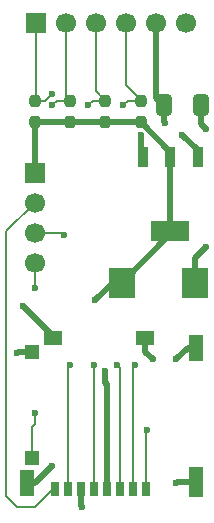
<source format=gtl>
%TF.GenerationSoftware,KiCad,Pcbnew,9.0.6*%
%TF.CreationDate,2025-11-09T12:48:56-08:00*%
%TF.ProjectId,storage_block,73746f72-6167-4655-9f62-6c6f636b2e6b,rev?*%
%TF.SameCoordinates,Original*%
%TF.FileFunction,Copper,L1,Top*%
%TF.FilePolarity,Positive*%
%FSLAX46Y46*%
G04 Gerber Fmt 4.6, Leading zero omitted, Abs format (unit mm)*
G04 Created by KiCad (PCBNEW 9.0.6) date 2025-11-09 12:48:56*
%MOMM*%
%LPD*%
G01*
G04 APERTURE LIST*
G04 Aperture macros list*
%AMRoundRect*
0 Rectangle with rounded corners*
0 $1 Rounding radius*
0 $2 $3 $4 $5 $6 $7 $8 $9 X,Y pos of 4 corners*
0 Add a 4 corners polygon primitive as box body*
4,1,4,$2,$3,$4,$5,$6,$7,$8,$9,$2,$3,0*
0 Add four circle primitives for the rounded corners*
1,1,$1+$1,$2,$3*
1,1,$1+$1,$4,$5*
1,1,$1+$1,$6,$7*
1,1,$1+$1,$8,$9*
0 Add four rect primitives between the rounded corners*
20,1,$1+$1,$2,$3,$4,$5,0*
20,1,$1+$1,$4,$5,$6,$7,0*
20,1,$1+$1,$6,$7,$8,$9,0*
20,1,$1+$1,$8,$9,$2,$3,0*%
G04 Aperture macros list end*
%TA.AperFunction,SMDPad,CuDef*%
%ADD10RoundRect,0.237500X0.237500X-0.250000X0.237500X0.250000X-0.237500X0.250000X-0.237500X-0.250000X0*%
%TD*%
%TA.AperFunction,ComponentPad*%
%ADD11R,1.700000X1.700000*%
%TD*%
%TA.AperFunction,ComponentPad*%
%ADD12C,1.700000*%
%TD*%
%TA.AperFunction,SMDPad,CuDef*%
%ADD13R,0.950000X1.750000*%
%TD*%
%TA.AperFunction,SMDPad,CuDef*%
%ADD14R,3.200000X1.750000*%
%TD*%
%TA.AperFunction,SMDPad,CuDef*%
%ADD15R,2.300000X2.500000*%
%TD*%
%TA.AperFunction,SMDPad,CuDef*%
%ADD16R,0.800000X1.240000*%
%TD*%
%TA.AperFunction,SMDPad,CuDef*%
%ADD17R,1.150000X1.250000*%
%TD*%
%TA.AperFunction,SMDPad,CuDef*%
%ADD18R,1.150000X2.500000*%
%TD*%
%TA.AperFunction,SMDPad,CuDef*%
%ADD19R,1.150000X2.200000*%
%TD*%
%TA.AperFunction,SMDPad,CuDef*%
%ADD20R,1.150000X1.200000*%
%TD*%
%TA.AperFunction,SMDPad,CuDef*%
%ADD21R,1.500000X1.150000*%
%TD*%
%TA.AperFunction,SMDPad,CuDef*%
%ADD22RoundRect,0.250000X0.412500X0.650000X-0.412500X0.650000X-0.412500X-0.650000X0.412500X-0.650000X0*%
%TD*%
%TA.AperFunction,ViaPad*%
%ADD23C,0.600000*%
%TD*%
%TA.AperFunction,Conductor*%
%ADD24C,0.500000*%
%TD*%
%TA.AperFunction,Conductor*%
%ADD25C,0.200000*%
%TD*%
G04 APERTURE END LIST*
D10*
%TO.P,R3,1*%
%TO.N,/V3.3*%
X135000000Y-87412500D03*
%TO.P,R3,2*%
%TO.N,/MOSI*%
X135000000Y-85587500D03*
%TD*%
%TO.P,R1,1*%
%TO.N,/V3.3*%
X138000000Y-87412500D03*
%TO.P,R1,2*%
%TO.N,/MISO*%
X138000000Y-85587500D03*
%TD*%
D11*
%TO.P,J3,1,Pin_1*%
%TO.N,/V3.3*%
X135000000Y-91690000D03*
D12*
%TO.P,J3,2,Pin_2*%
%TO.N,/DAT1*%
X135000000Y-94230000D03*
%TO.P,J3,3,Pin_3*%
%TO.N,/DAT2*%
X135000000Y-96770000D03*
%TO.P,J3,4,Pin_4*%
%TO.N,/COM*%
X135000000Y-99310000D03*
%TD*%
D10*
%TO.P,R4,1*%
%TO.N,/V3.3*%
X144000000Y-87412500D03*
%TO.P,R4,2*%
%TO.N,/CS*%
X144000000Y-85587500D03*
%TD*%
D13*
%TO.P,IC1,1,ADJ/GND*%
%TO.N,GND*%
X148800000Y-90350000D03*
%TO.P,IC1,2,OUTPUT*%
%TO.N,/V3.3*%
X146500000Y-90350000D03*
%TO.P,IC1,3,INPUT*%
%TO.N,/VCC*%
X144200000Y-90350000D03*
D14*
%TO.P,IC1,4,VOUT*%
%TO.N,/V3.3*%
X146500000Y-96650000D03*
%TD*%
D15*
%TO.P,C2,1,+*%
%TO.N,/V3.3*%
X142400000Y-101000000D03*
%TO.P,C2,2,-*%
%TO.N,GND*%
X148600000Y-101000000D03*
%TD*%
D16*
%TO.P,J1,1,DAT2*%
%TO.N,/DAT2*%
X144400000Y-118485000D03*
%TO.P,J1,2,CD/DAT3*%
%TO.N,/CS*%
X143300000Y-118485000D03*
%TO.P,J1,3,CMD*%
%TO.N,/MOSI*%
X142200000Y-118485000D03*
%TO.P,J1,4,VDD*%
%TO.N,/V3.3*%
X141100000Y-118485000D03*
%TO.P,J1,5,CLK*%
%TO.N,/SCK*%
X140000000Y-118485000D03*
%TO.P,J1,6,VSS*%
%TO.N,GND*%
X138900000Y-118485000D03*
%TO.P,J1,7,DAT0*%
%TO.N,/MISO*%
X137800000Y-118485000D03*
%TO.P,J1,8,DAT1*%
%TO.N,/DAT1*%
X136700000Y-118485000D03*
D17*
%TO.P,J1,9,COM*%
%TO.N,/COM*%
X134755000Y-115855000D03*
D18*
%TO.P,J1,10,GROUND_1*%
%TO.N,GND*%
X148645000Y-117855000D03*
D19*
%TO.P,J1,11,GROUND_2*%
X134355000Y-118005000D03*
D20*
%TO.P,J1,12,GROUND_3*%
X134755000Y-106855000D03*
D21*
%TO.P,J1,13,GROUND_4*%
X136560000Y-105730000D03*
%TO.P,J1,14,GROUND_5*%
X144340000Y-105730000D03*
D19*
%TO.P,J1,15,GROUND_6*%
X148645000Y-106525000D03*
%TD*%
D10*
%TO.P,R2,1*%
%TO.N,/V3.3*%
X141000000Y-87412500D03*
%TO.P,R2,2*%
%TO.N,/SCK*%
X141000000Y-85587500D03*
%TD*%
D11*
%TO.P,J2,1,Pin_1*%
%TO.N,/MOSI*%
X135150000Y-79000000D03*
D12*
%TO.P,J2,2,Pin_2*%
%TO.N,/MISO*%
X137690000Y-79000000D03*
%TO.P,J2,3,Pin_3*%
%TO.N,/SCK*%
X140230000Y-79000000D03*
%TO.P,J2,4,Pin_4*%
%TO.N,/CS*%
X142770000Y-79000000D03*
%TO.P,J2,5,Pin_5*%
%TO.N,/VCC*%
X145310000Y-79000000D03*
%TO.P,J2,6,Pin_6*%
%TO.N,GND*%
X147850000Y-79000000D03*
%TD*%
D22*
%TO.P,C1,1*%
%TO.N,GND*%
X149062500Y-86000000D03*
%TO.P,C1,2*%
%TO.N,/VCC*%
X145937500Y-86000000D03*
%TD*%
D23*
%TO.N,/V3.3*%
X141000000Y-108500000D03*
X140100000Y-102500000D03*
%TO.N,/COM*%
X135000000Y-101500000D03*
X135000000Y-112000000D03*
%TO.N,/DAT2*%
X137500000Y-97000000D03*
X144500000Y-113500000D03*
%TO.N,GND*%
X147000000Y-107500000D03*
X136500000Y-116500000D03*
X145000000Y-107500000D03*
X149500000Y-98000000D03*
X147500000Y-88500000D03*
X134000000Y-103000000D03*
X149500000Y-88000000D03*
X147000000Y-118000000D03*
X133500000Y-107000000D03*
X139000000Y-120000000D03*
%TO.N,/VCC*%
X146000000Y-87500000D03*
X144000000Y-88500000D03*
%TO.N,/MISO*%
X138000000Y-108000000D03*
X136500000Y-86000000D03*
%TO.N,/CS*%
X143500000Y-108000000D03*
X142500000Y-86000000D03*
%TO.N,/MOSI*%
X142000000Y-108000000D03*
X136500000Y-85000000D03*
%TO.N,/SCK*%
X139500000Y-86000000D03*
X140000000Y-108000000D03*
%TD*%
D24*
%TO.N,/V3.3*%
X146500000Y-90350000D02*
X146500000Y-96650000D01*
X141000000Y-108500000D02*
X141000000Y-109500000D01*
X146500000Y-89912500D02*
X144000000Y-87412500D01*
D25*
X146500000Y-96650000D02*
X146500000Y-96900000D01*
D24*
X141100000Y-109600000D02*
X141100000Y-118485000D01*
X146500000Y-90350000D02*
X146500000Y-89912500D01*
X135000000Y-87412500D02*
X135000000Y-91690000D01*
X144000000Y-87412500D02*
X141000000Y-87412500D01*
X146500000Y-96900000D02*
X142400000Y-101000000D01*
X141000000Y-109500000D02*
X141100000Y-109600000D01*
X141000000Y-87412500D02*
X138000000Y-87412500D01*
X142400000Y-101000000D02*
X141600000Y-101000000D01*
X141600000Y-101000000D02*
X140100000Y-102500000D01*
X138000000Y-87412500D02*
X135000000Y-87412500D01*
D25*
%TO.N,/COM*%
X135000000Y-113000000D02*
X134755000Y-113245000D01*
X135000000Y-99310000D02*
X135000000Y-101500000D01*
X135000000Y-112000000D02*
X135000000Y-113000000D01*
X134755000Y-113245000D02*
X134755000Y-115855000D01*
%TO.N,/DAT2*%
X137270000Y-96770000D02*
X137500000Y-97000000D01*
X144500000Y-113500000D02*
X144400000Y-113600000D01*
X144400000Y-113600000D02*
X144400000Y-118485000D01*
X135000000Y-96770000D02*
X137270000Y-96770000D01*
D24*
%TO.N,GND*%
X147145000Y-117855000D02*
X147000000Y-118000000D01*
X148600000Y-101000000D02*
X148600000Y-98900000D01*
X148800000Y-90350000D02*
X148800000Y-89800000D01*
X149062500Y-86000000D02*
X149062500Y-87562500D01*
X138900000Y-119900000D02*
X139000000Y-120000000D01*
X136560000Y-105560000D02*
X134000000Y-103000000D01*
X149062500Y-87562500D02*
X149500000Y-88000000D01*
X134755000Y-106855000D02*
X133645000Y-106855000D01*
X133645000Y-106855000D02*
X133500000Y-107000000D01*
X138900000Y-118485000D02*
X138900000Y-119900000D01*
X148600000Y-98900000D02*
X149500000Y-98000000D01*
X134995000Y-118005000D02*
X136500000Y-116500000D01*
X144340000Y-106840000D02*
X145000000Y-107500000D01*
X134355000Y-118005000D02*
X134995000Y-118005000D01*
X148645000Y-106525000D02*
X147975000Y-106525000D01*
X148645000Y-117855000D02*
X147145000Y-117855000D01*
X147975000Y-106525000D02*
X147000000Y-107500000D01*
X136560000Y-105730000D02*
X136560000Y-105560000D01*
X144340000Y-105730000D02*
X144340000Y-106840000D01*
X148800000Y-89800000D02*
X147500000Y-88500000D01*
D25*
X147850000Y-79000000D02*
X148000000Y-79000000D01*
%TO.N,/DAT1*%
X136515000Y-118485000D02*
X136700000Y-118485000D01*
X135000000Y-94230000D02*
X132601000Y-96629000D01*
X132601000Y-96629000D02*
X132601000Y-119101000D01*
X133500000Y-120000000D02*
X135000000Y-120000000D01*
X132601000Y-119101000D02*
X133500000Y-120000000D01*
X135000000Y-120000000D02*
X136515000Y-118485000D01*
D24*
%TO.N,/VCC*%
X145310000Y-85372500D02*
X145937500Y-86000000D01*
X144000000Y-88500000D02*
X144000000Y-90150000D01*
X144000000Y-90150000D02*
X144200000Y-90350000D01*
X145310000Y-79000000D02*
X145310000Y-85372500D01*
X145937500Y-87437500D02*
X146000000Y-87500000D01*
X145937500Y-86000000D02*
X145937500Y-87437500D01*
D25*
%TO.N,/MISO*%
X138000000Y-85587500D02*
X136912500Y-85587500D01*
X137690000Y-85277500D02*
X138000000Y-85587500D01*
X137690000Y-79000000D02*
X137690000Y-85277500D01*
X137800000Y-108200000D02*
X137800000Y-118485000D01*
X138000000Y-108000000D02*
X137800000Y-108200000D01*
X136912500Y-85587500D02*
X136500000Y-86000000D01*
%TO.N,/CS*%
X144000000Y-85500000D02*
X144000000Y-85587500D01*
X144000000Y-85587500D02*
X142912500Y-85587500D01*
X143500000Y-108000000D02*
X143300000Y-108200000D01*
X142770000Y-79000000D02*
X142770000Y-84270000D01*
X142912500Y-85587500D02*
X142500000Y-86000000D01*
X142770000Y-84270000D02*
X144000000Y-85500000D01*
X143300000Y-108200000D02*
X143300000Y-118485000D01*
%TO.N,/MOSI*%
X142200000Y-108200000D02*
X142200000Y-118485000D01*
X135150000Y-79000000D02*
X135150000Y-85437500D01*
X135150000Y-85437500D02*
X135000000Y-85587500D01*
X135912500Y-85587500D02*
X136500000Y-85000000D01*
X135000000Y-85587500D02*
X135912500Y-85587500D01*
X142000000Y-108000000D02*
X142200000Y-108200000D01*
%TO.N,/SCK*%
X141000000Y-85587500D02*
X139912500Y-85587500D01*
X140230000Y-84817500D02*
X141000000Y-85587500D01*
X139912500Y-85587500D02*
X139500000Y-86000000D01*
X140000000Y-108000000D02*
X140000000Y-118485000D01*
X140230000Y-79000000D02*
X140230000Y-84817500D01*
%TD*%
M02*

</source>
